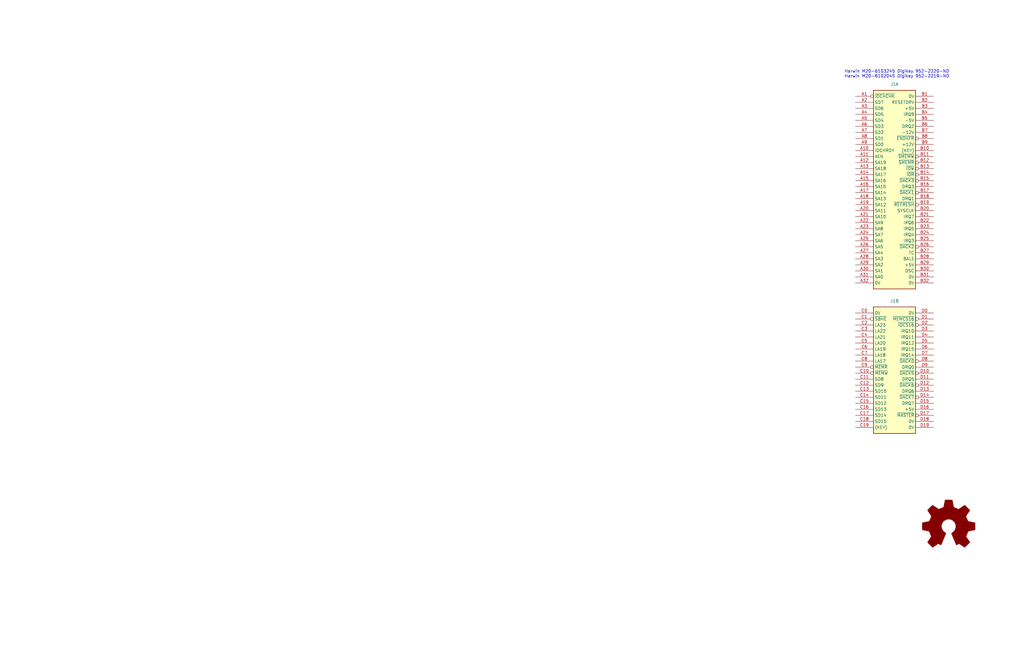
<source format=kicad_sch>
(kicad_sch (version 20231120) (generator "eeschema") (generator_version "8.0")
  (paper "USLedger")
  (lib_symbols
    (symbol "BUS_PC104_1"
      (property "Reference" "J" (at 1.27 1.524 0))
      (symbol "BUS_PC104_1_1_1"
        (rectangle (start 0 0) (end 17.78 -83.82) (stroke (width 0.254)) (fill (type background)))
        (pin passive inverted (at -7.62 -2.54 0) (length 7.62) (name "~{IOCHCHK}") (number "A1"))
        (pin passive line (at -7.62 -25.4 0) (length 7.62) (name "IOCHRDY") (number "A10"))
        (pin passive line (at -7.62 -27.94 0) (length 7.62) (name "AEN") (number "A11"))
        (pin passive line (at -7.62 -30.48 0) (length 7.62) (name "SA19") (number "A12"))
        (pin passive line (at -7.62 -33.02 0) (length 7.62) (name "SA18") (number "A13"))
        (pin passive line (at -7.62 -35.56 0) (length 7.62) (name "SA17") (number "A14"))
        (pin passive line (at -7.62 -38.1 0) (length 7.62) (name "SA16") (number "A15"))
        (pin passive line (at -7.62 -40.64 0) (length 7.62) (name "SA15") (number "A16"))
        (pin passive line (at -7.62 -43.18 0) (length 7.62) (name "SA14") (number "A17"))
        (pin passive line (at -7.62 -45.72 0) (length 7.62) (name "SA13") (number "A18"))
        (pin passive line (at -7.62 -48.26 0) (length 7.62) (name "SA12") (number "A19"))
        (pin passive line (at -7.62 -5.08 0) (length 7.62) (name "SD7") (number "A2"))
        (pin passive line (at -7.62 -50.8 0) (length 7.62) (name "SA11") (number "A20"))
        (pin passive line (at -7.62 -53.34 0) (length 7.62) (name "SA10") (number "A21"))
        (pin passive line (at -7.62 -55.88 0) (length 7.62) (name "SA9") (number "A22"))
        (pin passive line (at -7.62 -58.42 0) (length 7.62) (name "SA8") (number "A23"))
        (pin passive line (at -7.62 -60.96 0) (length 7.62) (name "SA7") (number "A24"))
        (pin passive line (at -7.62 -63.5 0) (length 7.62) (name "SA6") (number "A25"))
        (pin passive line (at -7.62 -66.04 0) (length 7.62) (name "SA5") (number "A26"))
        (pin passive line (at -7.62 -68.58 0) (length 7.62) (name "SA4") (number "A27"))
        (pin passive line (at -7.62 -71.12 0) (length 7.62) (name "SA3") (number "A28"))
        (pin passive line (at -7.62 -73.66 0) (length 7.62) (name "SA2") (number "A29"))
        (pin passive line (at -7.62 -7.62 0) (length 7.62) (name "SD6") (number "A3"))
        (pin passive line (at -7.62 -76.2 0) (length 7.62) (name "SA1") (number "A30"))
        (pin passive line (at -7.62 -78.74 0) (length 7.62) (name "SA0") (number "A31"))
        (pin passive line (at -7.62 -81.28 0) (length 7.62) (name "0V") (number "A32"))
        (pin passive line (at -7.62 -10.16 0) (length 7.62) (name "SD5") (number "A4"))
        (pin passive line (at -7.62 -12.7 0) (length 7.62) (name "SD4") (number "A5"))
        (pin passive line (at -7.62 -15.24 0) (length 7.62) (name "SD3") (number "A6"))
        (pin passive line (at -7.62 -17.78 0) (length 7.62) (name "SD2") (number "A7"))
        (pin passive line (at -7.62 -20.32 0) (length 7.62) (name "SD1") (number "A8"))
        (pin passive line (at -7.62 -22.86 0) (length 7.62) (name "SD0") (number "A9"))
        (pin passive line (at 25.4 -2.54 180) (length 7.62) (name "0V") (number "B1"))
        (pin passive line (at 25.4 -25.4 180) (length 7.62) (name "(KEY)") (number "B10"))
        (pin passive inverted (at 25.4 -27.94 180) (length 7.62) (name "~{SMEMW}") (number "B11"))
        (pin passive inverted (at 25.4 -30.48 180) (length 7.62) (name "~{SMEMR}") (number "B12"))
        (pin passive inverted (at 25.4 -33.02 180) (length 7.62) (name "~{IOW}") (number "B13"))
        (pin passive inverted (at 25.4 -35.56 180) (length 7.62) (name "~{IOR}") (number "B14"))
        (pin passive inverted (at 25.4 -38.1 180) (length 7.62) (name "~{DACK3}") (number "B15"))
        (pin passive line (at 25.4 -40.64 180) (length 7.62) (name "DRQ3") (number "B16"))
        (pin passive inverted (at 25.4 -43.18 180) (length 7.62) (name "~{DACK1}") (number "B17"))
        (pin passive line (at 25.4 -45.72 180) (length 7.62) (name "DRQ1") (number "B18"))
        (pin passive inverted (at 25.4 -48.26 180) (length 7.62) (name "~{REFRESH}") (number "B19"))
        (pin passive line (at 25.4 -5.08 180) (length 7.62) (name "RESETDRV") (number "B2"))
        (pin passive line (at 25.4 -50.8 180) (length 7.62) (name "SYSCLK") (number "B20"))
        (pin passive line (at 25.4 -53.34 180) (length 7.62) (name "IRQ7") (number "B21"))
        (pin passive line (at 25.4 -55.88 180) (length 7.62) (name "IRQ6") (number "B22"))
        (pin passive line (at 25.4 -58.42 180) (length 7.62) (name "IRQ5") (number "B23"))
        (pin passive line (at 25.4 -60.96 180) (length 7.62) (name "IRQ4") (number "B24"))
        (pin passive line (at 25.4 -63.5 180) (length 7.62) (name "IRQ3") (number "B25"))
        (pin passive inverted (at 25.4 -66.04 180) (length 7.62) (name "~{DACK2}") (number "B26"))
        (pin passive line (at 25.4 -68.58 180) (length 7.62) (name "TC") (number "B27"))
        (pin passive line (at 25.4 -71.12 180) (length 7.62) (name "BALE") (number "B28"))
        (pin passive line (at 25.4 -73.66 180) (length 7.62) (name "+5V") (number "B29"))
        (pin passive line (at 25.4 -7.62 180) (length 7.62) (name "+5V") (number "B3"))
        (pin passive line (at 25.4 -76.2 180) (length 7.62) (name "OSC") (number "B30"))
        (pin passive line (at 25.4 -78.74 180) (length 7.62) (name "0V") (number "B31"))
        (pin passive line (at 25.4 -81.28 180) (length 7.62) (name "0V") (number "B32"))
        (pin passive line (at 25.4 -10.16 180) (length 7.62) (name "IRQ9") (number "B4"))
        (pin passive line (at 25.4 -12.7 180) (length 7.62) (name "-5V") (number "B5"))
        (pin passive line (at 25.4 -15.24 180) (length 7.62) (name "DRQ2") (number "B6"))
        (pin passive line (at 25.4 -17.78 180) (length 7.62) (name "-12V") (number "B7"))
        (pin passive inverted (at 25.4 -20.32 180) (length 7.62) (name "~{ENDXFR}") (number "B8"))
        (pin passive line (at 25.4 -22.86 180) (length 7.62) (name "+12V") (number "B9"))
      )
      (symbol "BUS_PC104_1_2_1"
        (rectangle (start 0 0) (end 17.78 -53.34) (stroke (width 0.254)) (fill (type background)))
        (pin passive line (at -7.62 -2.54 0) (length 7.62) (name "0V") (number "C0"))
        (pin passive inverted (at -7.62 -5.08 0) (length 7.62) (name "~{SBHE}") (number "C1"))
        (pin passive inverted (at -7.62 -27.94 0) (length 7.62) (name "~{MEMW}") (number "C10"))
        (pin passive line (at -7.62 -30.48 0) (length 7.62) (name "SD8") (number "C11"))
        (pin passive line (at -7.62 -33.02 0) (length 7.62) (name "SD9") (number "C12"))
        (pin passive line (at -7.62 -35.56 0) (length 7.62) (name "SD10") (number "C13"))
        (pin passive line (at -7.62 -38.1 0) (length 7.62) (name "SD11") (number "C14"))
        (pin passive line (at -7.62 -40.64 0) (length 7.62) (name "SD12") (number "C15"))
        (pin passive line (at -7.62 -43.18 0) (length 7.62) (name "SD13") (number "C16"))
        (pin passive line (at -7.62 -45.72 0) (length 7.62) (name "SD14") (number "C17"))
        (pin passive line (at -7.62 -48.26 0) (length 7.62) (name "SD15") (number "C18"))
        (pin passive line (at -7.62 -50.8 0) (length 7.62) (name "(KEY)") (number "C19"))
        (pin passive line (at -7.62 -7.62 0) (length 7.62) (name "LA23") (number "C2"))
        (pin passive line (at -7.62 -10.16 0) (length 7.62) (name "LA22") (number "C3"))
        (pin passive line (at -7.62 -12.7 0) (length 7.62) (name "LA21") (number "C4"))
        (pin passive line (at -7.62 -15.24 0) (length 7.62) (name "LA20") (number "C5"))
        (pin passive line (at -7.62 -17.78 0) (length 7.62) (name "LA19") (number "C6"))
        (pin passive line (at -7.62 -20.32 0) (length 7.62) (name "LA18") (number "C7"))
        (pin passive line (at -7.62 -22.86 0) (length 7.62) (name "LA17") (number "C8"))
        (pin passive inverted (at -7.62 -25.4 0) (length 7.62) (name "~{MEMR}") (number "C9"))
        (pin passive line (at 25.4 -2.54 180) (length 7.62) (name "0V") (number "D0"))
        (pin passive inverted (at 25.4 -5.08 180) (length 7.62) (name "~{MEMCS16}") (number "D1"))
        (pin passive inverted (at 25.4 -27.94 180) (length 7.62) (name "~{DACK5}") (number "D10"))
        (pin passive line (at 25.4 -30.48 180) (length 7.62) (name "DRQ5") (number "D11"))
        (pin passive inverted (at 25.4 -33.02 180) (length 7.62) (name "~{DACK6}") (number "D12"))
        (pin passive line (at 25.4 -35.56 180) (length 7.62) (name "DRQ6") (number "D13"))
        (pin passive inverted (at 25.4 -38.1 180) (length 7.62) (name "~{DACK7}") (number "D14"))
        (pin passive line (at 25.4 -40.64 180) (length 7.62) (name "DRQ7") (number "D15"))
        (pin passive line (at 25.4 -43.18 180) (length 7.62) (name "+5V") (number "D16"))
        (pin passive inverted (at 25.4 -45.72 180) (length 7.62) (name "~{MASTER}") (number "D17"))
        (pin passive line (at 25.4 -48.26 180) (length 7.62) (name "0V") (number "D18"))
        (pin passive line (at 25.4 -50.8 180) (length 7.62) (name "0V") (number "D19"))
        (pin passive inverted (at 25.4 -7.62 180) (length 7.62) (name "~{IOCS16}") (number "D2"))
        (pin passive line (at 25.4 -10.16 180) (length 7.62) (name "IRQ10") (number "D3"))
        (pin passive line (at 25.4 -12.7 180) (length 7.62) (name "IRQ11") (number "D4"))
        (pin passive line (at 25.4 -15.24 180) (length 7.62) (name "IRQ12") (number "D5"))
        (pin passive line (at 25.4 -17.78 180) (length 7.62) (name "IRQ15") (number "D6"))
        (pin passive line (at 25.4 -20.32 180) (length 7.62) (name "IRQ14") (number "D7"))
        (pin passive inverted (at 25.4 -22.86 180) (length 7.62) (name "~{DACK0}") (number "D8"))
        (pin passive line (at 25.4 -25.4 180) (length 7.62) (name "DRQ0") (number "D9"))
      )
    )
    (symbol "Graphic:Logo_Open_Hardware_Large" (in_bom no) (on_board no)
      (symbol "Logo_Open_Hardware_Large_1_1"
        (polyline (pts (xy 6.731 -8.7122) (xy 6.6294 -8.6614) (xy 6.35 -8.4836) (xy 5.9944 -8.255) (xy 5.5372 -7.9502) (xy 5.1054 -7.6454) (xy 4.7498 -7.4168) (xy 4.4958 -7.239) (xy 4.3942 -7.1882) (xy 4.318 -7.2136) (xy 4.1148 -7.3152) (xy 3.81 -7.4676) (xy 3.6322 -7.5692) (xy 3.3528 -7.6708) (xy 3.2258 -7.6962) (xy 3.2004 -7.6708) (xy 3.0988 -7.4676) (xy 2.9464 -7.0866) (xy 2.7178 -6.604) (xy 2.4892 -6.0452) (xy 2.2352 -5.4356) (xy 1.9558 -4.826) (xy 1.7272 -4.2164) (xy 1.4986 -3.683) (xy 1.3208 -3.2512) (xy 1.2192 -2.9464) (xy 1.1684 -2.8194) (xy 1.1938 -2.794) (xy 1.3208 -2.667) (xy 1.5748 -2.4892) (xy 2.0828 -2.0574) (xy 2.6162 -1.397) (xy 2.921 -0.6604) (xy 3.048 0.1524) (xy 2.9464 0.9144) (xy 2.6416 1.6256) (xy 2.1336 2.286) (xy 1.524 2.7686) (xy 0.8128 3.0734) (xy 0 3.175) (xy -0.762 3.0988) (xy -1.4986 2.794) (xy -2.159 2.286) (xy -2.4384 1.9812) (xy -2.8194 1.3208) (xy -3.048 0.6096) (xy -3.0734 0.4318) (xy -3.0226 -0.3556) (xy -2.794 -1.0922) (xy -2.3876 -1.7526) (xy -1.8288 -2.3114) (xy -1.7526 -2.3622) (xy -1.4732 -2.5654) (xy -1.2954 -2.6924) (xy -1.1684 -2.8194) (xy -2.159 -5.207) (xy -2.3114 -5.588) (xy -2.5908 -6.2484) (xy -2.8194 -6.8072) (xy -3.0226 -7.2644) (xy -3.1496 -7.5692) (xy -3.2258 -7.6708) (xy -3.2258 -7.6962) (xy -3.302 -7.6962) (xy -3.4798 -7.6454) (xy -3.8354 -7.4676) (xy -4.0386 -7.366) (xy -4.2926 -7.239) (xy -4.4196 -7.1882) (xy -4.5212 -7.239) (xy -4.7498 -7.3914) (xy -5.1054 -7.6454) (xy -5.5372 -7.9248) (xy -5.9436 -8.2042) (xy -6.3246 -8.4582) (xy -6.604 -8.636) (xy -6.731 -8.7122) (xy -6.7564 -8.7122) (xy -6.858 -8.636) (xy -7.0866 -8.4582) (xy -7.4168 -8.1534) (xy -7.874 -7.6962) (xy -7.9502 -7.62) (xy -8.3312 -7.239) (xy -8.636 -6.9088) (xy -8.8392 -6.6802) (xy -8.9154 -6.5786) (xy -8.9154 -6.5786) (xy -8.8392 -6.4516) (xy -8.6614 -6.1722) (xy -8.4328 -5.7912) (xy -8.128 -5.3594) (xy -7.3152 -4.191) (xy -7.7724 -3.0988) (xy -7.8994 -2.7686) (xy -8.0772 -2.3622) (xy -8.2042 -2.0828) (xy -8.255 -1.9558) (xy -8.382 -1.905) (xy -8.6614 -1.8542) (xy -9.0932 -1.7526) (xy -9.6266 -1.651) (xy -10.1092 -1.5748) (xy -10.541 -1.4732) (xy -10.8712 -1.4224) (xy -11.0236 -1.397) (xy -11.049 -1.3716) (xy -11.0744 -1.2954) (xy -11.0998 -1.143) (xy -11.0998 -0.889) (xy -11.1252 -0.4572) (xy -11.1252 0.1524) (xy -11.1252 0.2286) (xy -11.0998 0.8128) (xy -11.0998 1.27) (xy -11.0744 1.5494) (xy -11.0744 1.6764) (xy -11.0744 1.6764) (xy -10.922 1.7018) (xy -10.6172 1.778) (xy -10.16 1.8542) (xy -9.652 1.9558) (xy -9.6012 1.9812) (xy -9.0932 2.0828) (xy -8.636 2.159) (xy -8.3312 2.2352) (xy -8.2042 2.286) (xy -8.1788 2.3114) (xy -8.0772 2.5146) (xy -7.9248 2.8448) (xy -7.747 3.2512) (xy -7.5692 3.6576) (xy -7.4168 4.0386) (xy -7.3152 4.318) (xy -7.2898 4.445) (xy -7.2898 4.445) (xy -7.366 4.572) (xy -7.5438 4.826) (xy -7.7978 5.207) (xy -8.128 5.6642) (xy -8.128 5.6896) (xy -8.4328 6.1468) (xy -8.6868 6.5278) (xy -8.8392 6.7818) (xy -8.9154 6.9088) (xy -8.9154 6.9088) (xy -8.8138 7.0358) (xy -8.5852 7.2898) (xy -8.255 7.6454) (xy -7.874 8.0264) (xy -7.747 8.1534) (xy -7.3152 8.5852) (xy -7.0104 8.8646) (xy -6.8326 8.9916) (xy -6.731 9.0424) (xy -6.731 9.0424) (xy -6.604 8.9408) (xy -6.3246 8.763) (xy -5.9436 8.509) (xy -5.4864 8.2042) (xy -5.461 8.1788) (xy -5.0038 7.874) (xy -4.6482 7.62) (xy -4.3688 7.4422) (xy -4.2672 7.3914) (xy -4.2418 7.3914) (xy -4.064 7.4422) (xy -3.7338 7.5438) (xy -3.3528 7.6962) (xy -2.9464 7.874) (xy -2.5654 8.0264) (xy -2.286 8.1534) (xy -2.159 8.2296) (xy -2.159 8.2296) (xy -2.1082 8.382) (xy -2.032 8.7122) (xy -1.9304 9.1694) (xy -1.8288 9.7282) (xy -1.8034 9.8044) (xy -1.7018 10.3378) (xy -1.6256 10.7696) (xy -1.5748 11.0744) (xy -1.524 11.2014) (xy -1.4478 11.2268) (xy -1.1938 11.2522) (xy -0.8128 11.2522) (xy -0.3302 11.2522) (xy 0.1524 11.2522) (xy 0.6604 11.2522) (xy 1.0668 11.2268) (xy 1.3716 11.2014) (xy 1.4986 11.176) (xy 1.4986 11.176) (xy 1.5494 11.0236) (xy 1.6256 10.6934) (xy 1.7018 10.2108) (xy 1.8288 9.6774) (xy 1.8288 9.5758) (xy 1.9304 9.0424) (xy 2.032 8.6106) (xy 2.0828 8.3058) (xy 2.1336 8.2042) (xy 2.159 8.1788) (xy 2.3876 8.0772) (xy 2.7432 7.9248) (xy 3.175 7.747) (xy 4.191 7.3406) (xy 5.461 8.2042) (xy 5.5626 8.2804) (xy 6.0198 8.5852) (xy 6.3754 8.8392) (xy 6.6294 8.9916) (xy 6.7564 9.0424) (xy 6.7564 9.0424) (xy 6.8834 8.9408) (xy 7.1374 8.7122) (xy 7.4676 8.382) (xy 7.8486 7.9756) (xy 8.1534 7.6962) (xy 8.4836 7.3406) (xy 8.7122 7.112) (xy 8.8392 6.9596) (xy 8.8646 6.858) (xy 8.8646 6.8072) (xy 8.7884 6.6802) (xy 8.6106 6.4008) (xy 8.3312 6.0198) (xy 8.0264 5.588) (xy 7.7978 5.207) (xy 7.5184 4.8006) (xy 7.3406 4.4958) (xy 7.2898 4.3434) (xy 7.2898 4.2926) (xy 7.3914 4.0386) (xy 7.5184 3.683) (xy 7.7216 3.2258) (xy 8.1534 2.2352) (xy 8.7884 2.1082) (xy 9.1948 2.0574) (xy 9.7536 1.9304) (xy 10.2616 1.8288) (xy 11.0998 1.6764) (xy 11.1252 -1.3208) (xy 10.9982 -1.3716) (xy 10.8712 -1.397) (xy 10.5664 -1.4732) (xy 10.1346 -1.5494) (xy 9.6266 -1.651) (xy 9.1948 -1.7272) (xy 8.7376 -1.8288) (xy 8.4328 -1.8796) (xy 8.2804 -1.905) (xy 8.255 -1.9558) (xy 8.1534 -2.159) (xy 7.9756 -2.5146) (xy 7.8232 -2.921) (xy 7.6454 -3.3274) (xy 7.493 -3.7338) (xy 7.366 -4.0132) (xy 7.3406 -4.191) (xy 7.3914 -4.2926) (xy 7.5692 -4.5466) (xy 7.7978 -4.9276) (xy 8.1026 -5.3594) (xy 8.4074 -5.7912) (xy 8.6614 -6.1722) (xy 8.8138 -6.4262) (xy 8.89 -6.5532) (xy 8.8646 -6.6548) (xy 8.6868 -6.858) (xy 8.3566 -7.1882) (xy 7.874 -7.6708) (xy 7.7978 -7.747) (xy 7.3914 -8.128) (xy 7.0612 -8.4328) (xy 6.8326 -8.636) (xy 6.731 -8.7122)) (fill (type outline)))
      )
    )
    (symbol "pc104:BUS_PC104"
      (property "Reference" "J" (at 1.27 1.524 0))
      (symbol "BUS_PC104_1_1"
        (rectangle (start 0 0) (end 17.78 -83.82) (stroke (width 0.254)) (fill (type background)))
        (pin passive inverted (at -7.62 -2.54 0) (length 7.62) (name "~{IOCHCHK}") (number "A1"))
        (pin passive line (at -7.62 -25.4 0) (length 7.62) (name "IOCHRDY") (number "A10"))
        (pin passive line (at -7.62 -27.94 0) (length 7.62) (name "AEN") (number "A11"))
        (pin passive line (at -7.62 -30.48 0) (length 7.62) (name "SA19") (number "A12"))
        (pin passive line (at -7.62 -33.02 0) (length 7.62) (name "SA18") (number "A13"))
        (pin passive line (at -7.62 -35.56 0) (length 7.62) (name "SA17") (number "A14"))
        (pin passive line (at -7.62 -38.1 0) (length 7.62) (name "SA16") (number "A15"))
        (pin passive line (at -7.62 -40.64 0) (length 7.62) (name "SA15") (number "A16"))
        (pin passive line (at -7.62 -43.18 0) (length 7.62) (name "SA14") (number "A17"))
        (pin passive line (at -7.62 -45.72 0) (length 7.62) (name "SA13") (number "A18"))
        (pin passive line (at -7.62 -48.26 0) (length 7.62) (name "SA12") (number "A19"))
        (pin passive line (at -7.62 -5.08 0) (length 7.62) (name "SD7") (number "A2"))
        (pin passive line (at -7.62 -50.8 0) (length 7.62) (name "SA11") (number "A20"))
        (pin passive line (at -7.62 -53.34 0) (length 7.62) (name "SA10") (number "A21"))
        (pin passive line (at -7.62 -55.88 0) (length 7.62) (name "SA9") (number "A22"))
        (pin passive line (at -7.62 -58.42 0) (length 7.62) (name "SA8") (number "A23"))
        (pin passive line (at -7.62 -60.96 0) (length 7.62) (name "SA7") (number "A24"))
        (pin passive line (at -7.62 -63.5 0) (length 7.62) (name "SA6") (number "A25"))
        (pin passive line (at -7.62 -66.04 0) (length 7.62) (name "SA5") (number "A26"))
        (pin passive line (at -7.62 -68.58 0) (length 7.62) (name "SA4") (number "A27"))
        (pin passive line (at -7.62 -71.12 0) (length 7.62) (name "SA3") (number "A28"))
        (pin passive line (at -7.62 -73.66 0) (length 7.62) (name "SA2") (number "A29"))
        (pin passive line (at -7.62 -7.62 0) (length 7.62) (name "SD6") (number "A3"))
        (pin passive line (at -7.62 -76.2 0) (length 7.62) (name "SA1") (number "A30"))
        (pin passive line (at -7.62 -78.74 0) (length 7.62) (name "SA0") (number "A31"))
        (pin passive line (at -7.62 -81.28 0) (length 7.62) (name "0V") (number "A32"))
        (pin passive line (at -7.62 -10.16 0) (length 7.62) (name "SD5") (number "A4"))
        (pin passive line (at -7.62 -12.7 0) (length 7.62) (name "SD4") (number "A5"))
        (pin passive line (at -7.62 -15.24 0) (length 7.62) (name "SD3") (number "A6"))
        (pin passive line (at -7.62 -17.78 0) (length 7.62) (name "SD2") (number "A7"))
        (pin passive line (at -7.62 -20.32 0) (length 7.62) (name "SD1") (number "A8"))
        (pin passive line (at -7.62 -22.86 0) (length 7.62) (name "SD0") (number "A9"))
        (pin passive line (at 25.4 -2.54 180) (length 7.62) (name "0V") (number "B1"))
        (pin passive line (at 25.4 -25.4 180) (length 7.62) (name "(KEY)") (number "B10"))
        (pin passive inverted (at 25.4 -27.94 180) (length 7.62) (name "~{SMEMW}") (number "B11"))
        (pin passive inverted (at 25.4 -30.48 180) (length 7.62) (name "~{SMEMR}") (number "B12"))
        (pin passive inverted (at 25.4 -33.02 180) (length 7.62) (name "~{IOW}") (number "B13"))
        (pin passive inverted (at 25.4 -35.56 180) (length 7.62) (name "~{IOR}") (number "B14"))
        (pin passive inverted (at 25.4 -38.1 180) (length 7.62) (name "~{DACK3}") (number "B15"))
        (pin passive line (at 25.4 -40.64 180) (length 7.62) (name "DRQ3") (number "B16"))
        (pin passive inverted (at 25.4 -43.18 180) (length 7.62) (name "~{DACK1}") (number "B17"))
        (pin passive line (at 25.4 -45.72 180) (length 7.62) (name "DRQ1") (number "B18"))
        (pin passive inverted (at 25.4 -48.26 180) (length 7.62) (name "~{REFRESH}") (number "B19"))
        (pin passive line (at 25.4 -5.08 180) (length 7.62) (name "RESETDRV") (number "B2"))
        (pin passive line (at 25.4 -50.8 180) (length 7.62) (name "SYSCLK") (number "B20"))
        (pin passive line (at 25.4 -53.34 180) (length 7.62) (name "IRQ7") (number "B21"))
        (pin passive line (at 25.4 -55.88 180) (length 7.62) (name "IRQ6") (number "B22"))
        (pin passive line (at 25.4 -58.42 180) (length 7.62) (name "IRQ5") (number "B23"))
        (pin passive line (at 25.4 -60.96 180) (length 7.62) (name "IRQ4") (number "B24"))
        (pin passive line (at 25.4 -63.5 180) (length 7.62) (name "IRQ3") (number "B25"))
        (pin passive inverted (at 25.4 -66.04 180) (length 7.62) (name "~{DACK2}") (number "B26"))
        (pin passive line (at 25.4 -68.58 180) (length 7.62) (name "TC") (number "B27"))
        (pin passive line (at 25.4 -71.12 180) (length 7.62) (name "BALE") (number "B28"))
        (pin passive line (at 25.4 -73.66 180) (length 7.62) (name "+5V") (number "B29"))
        (pin passive line (at 25.4 -7.62 180) (length 7.62) (name "+5V") (number "B3"))
        (pin passive line (at 25.4 -76.2 180) (length 7.62) (name "OSC") (number "B30"))
        (pin passive line (at 25.4 -78.74 180) (length 7.62) (name "0V") (number "B31"))
        (pin passive line (at 25.4 -81.28 180) (length 7.62) (name "0V") (number "B32"))
        (pin passive line (at 25.4 -10.16 180) (length 7.62) (name "IRQ9") (number "B4"))
        (pin passive line (at 25.4 -12.7 180) (length 7.62) (name "-5V") (number "B5"))
        (pin passive line (at 25.4 -15.24 180) (length 7.62) (name "DRQ2") (number "B6"))
        (pin passive line (at 25.4 -17.78 180) (length 7.62) (name "-12V") (number "B7"))
        (pin passive inverted (at 25.4 -20.32 180) (length 7.62) (name "~{ENDXFR}") (number "B8"))
        (pin passive line (at 25.4 -22.86 180) (length 7.62) (name "+12V") (number "B9"))
      )
      (symbol "BUS_PC104_2_1"
        (rectangle (start 0 0) (end 17.78 -53.34) (stroke (width 0.254)) (fill (type background)))
        (pin passive line (at -7.62 -2.54 0) (length 7.62) (name "0V") (number "C0"))
        (pin passive inverted (at -7.62 -5.08 0) (length 7.62) (name "~{SBHE}") (number "C1"))
        (pin passive inverted (at -7.62 -27.94 0) (length 7.62) (name "~{MEMW}") (number "C10"))
        (pin passive line (at -7.62 -30.48 0) (length 7.62) (name "SD8") (number "C11"))
        (pin passive line (at -7.62 -33.02 0) (length 7.62) (name "SD9") (number "C12"))
        (pin passive line (at -7.62 -35.56 0) (length 7.62) (name "SD10") (number "C13"))
        (pin passive line (at -7.62 -38.1 0) (length 7.62) (name "SD11") (number "C14"))
        (pin passive line (at -7.62 -40.64 0) (length 7.62) (name "SD12") (number "C15"))
        (pin passive line (at -7.62 -43.18 0) (length 7.62) (name "SD13") (number "C16"))
        (pin passive line (at -7.62 -45.72 0) (length 7.62) (name "SD14") (number "C17"))
        (pin passive line (at -7.62 -48.26 0) (length 7.62) (name "SD15") (number "C18"))
        (pin passive line (at -7.62 -50.8 0) (length 7.62) (name "(KEY)") (number "C19"))
        (pin passive line (at -7.62 -7.62 0) (length 7.62) (name "LA23") (number "C2"))
        (pin passive line (at -7.62 -10.16 0) (length 7.62) (name "LA22") (number "C3"))
        (pin passive line (at -7.62 -12.7 0) (length 7.62) (name "LA21") (number "C4"))
        (pin passive line (at -7.62 -15.24 0) (length 7.62) (name "LA20") (number "C5"))
        (pin passive line (at -7.62 -17.78 0) (length 7.62) (name "LA19") (number "C6"))
        (pin passive line (at -7.62 -20.32 0) (length 7.62) (name "LA18") (number "C7"))
        (pin passive line (at -7.62 -22.86 0) (length 7.62) (name "LA17") (number "C8"))
        (pin passive inverted (at -7.62 -25.4 0) (length 7.62) (name "~{MEMR}") (number "C9"))
        (pin passive line (at 25.4829 -2.5925 180) (length 7.62) (name "0V") (number "D0"))
        (pin passive inverted (at 25.4829 -5.1325 180) (length 7.62) (name "~{MEMCS16}") (number "D1"))
        (pin passive inverted (at 25.4829 -27.9925 180) (length 7.62) (name "~{DACK5}") (number "D10"))
        (pin passive line (at 25.4829 -30.5325 180) (length 7.62) (name "DRQ5") (number "D11"))
        (pin passive inverted (at 25.4829 -33.0725 180) (length 7.62) (name "~{DACK6}") (number "D12"))
        (pin passive line (at 25.4829 -35.6125 180) (length 7.62) (name "DRQ6") (number "D13"))
        (pin passive inverted (at 25.4829 -38.1525 180) (length 7.62) (name "~{DACK7}") (number "D14"))
        (pin passive line (at 25.4829 -40.6925 180) (length 7.62) (name "DRQ7") (number "D15"))
        (pin passive line (at 25.4829 -43.2325 180) (length 7.62) (name "+5V") (number "D16"))
        (pin passive inverted (at 25.4829 -45.7725 180) (length 7.62) (name "~{MASTER}") (number "D17"))
        (pin passive line (at 25.4829 -48.3125 180) (length 7.62) (name "0V") (number "D18"))
        (pin passive line (at 25.4829 -50.8525 180) (length 7.62) (name "0V") (number "D19"))
        (pin passive inverted (at 25.4829 -7.6725 180) (length 7.62) (name "~{IOCS16}") (number "D2"))
        (pin passive line (at 25.4 -10.16 180) (length 7.62) (name "IRQ10") (number "D3"))
        (pin passive line (at 25.4829 -12.7525 180) (length 7.62) (name "IRQ11") (number "D4"))
        (pin passive line (at 25.4829 -15.2925 180) (length 7.62) (name "IRQ12") (number "D5"))
        (pin passive line (at 25.4829 -17.8325 180) (length 7.62) (name "IRQ15") (number "D6"))
        (pin passive line (at 25.4829 -20.3725 180) (length 7.62) (name "IRQ14") (number "D7"))
        (pin passive inverted (at 25.4829 -22.9125 180) (length 7.62) (name "~{DACK0}") (number "D8"))
        (pin passive line (at 25.4829 -25.4525 180) (length 7.62) (name "DRQ0") (number "D9"))
      )
    )
  )
  (text "Harwin M20-6103245 Digikey 952-2220-ND\nHarwin M20-6102045 Digikey 952-2219-ND" (at 378.206 33.02 0) (effects (font (size 1.27 1.27)) (justify bottom)))
  (symbol (lib_name "BUS_PC104_1") (lib_id "pc104:BUS_PC104") (at 368.3 129.54 0) (unit 2)
    (property "Reference" "J1" (at 377.19 127 0))
    (property "Footprint" "pcb:PC104" (effects (hide yes)))
    (property "Description" "CONN STKTHRU PC/104 104POS PCB" (effects (hide yes)))
  )
  (symbol (lib_id "Graphic:Logo_Open_Hardware_Large") (at 400.05 222.25 0) (unit 1) (exclude_from_sim yes) (in_bom no) (on_board no)
    (property "Reference" "#SYM1" (effects (hide yes)))
    (property "Value" "Logo_Open_Hardware_Large" (effects (hide yes)))
    (property "Description" "Open Hardware logo, large" (effects (hide yes)))
  )
  (symbol (lib_id "pc104:BUS_PC104") (at 368.3 38.1 0) (unit 1)
    (property "Reference" "J1" (at 377.19 35.56 0))
    (property "Footprint" "pcb:PC104" (effects (hide yes)))
    (property "Description" "CONN STKTHRU PC/104 104POS PCB" (effects (hide yes)))
  )
)
</source>
